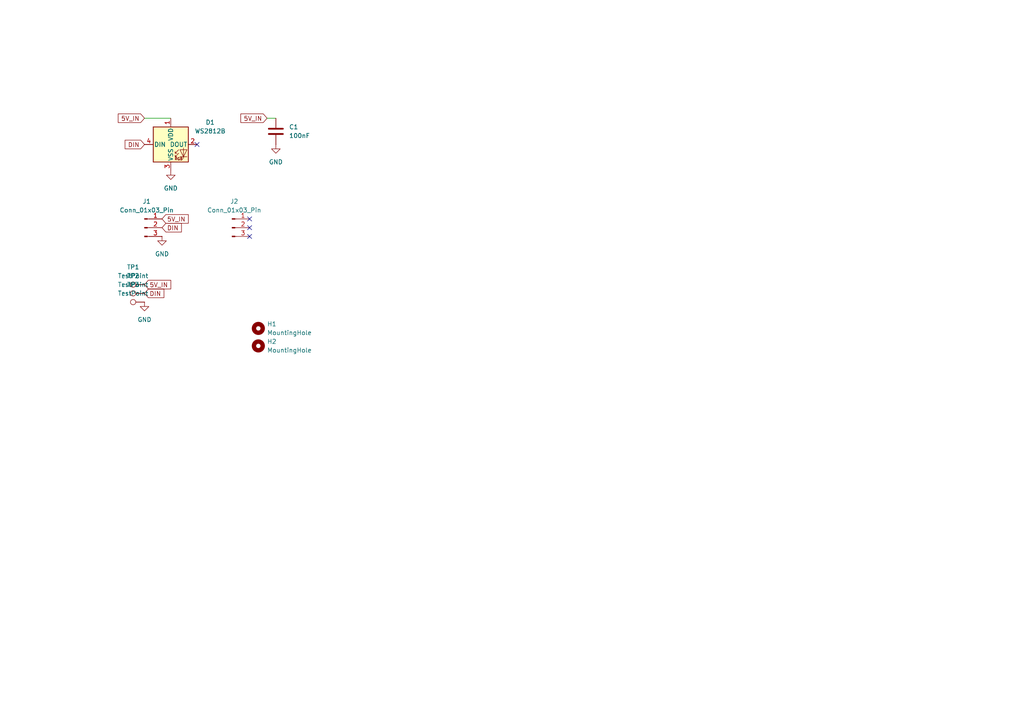
<source format=kicad_sch>
(kicad_sch (version 20250114) (generator "eeschema") (generator_version "9.0")
  (paper "A4")
  (lib_symbols
    (symbol "Connector:Conn_01x03_Pin" (pin_names (offset 1.016) (hide yes))
      (property "Reference" "J" (at 0 5.08 0))
      (property "Value" "Conn_01x03_Pin" (at 0 -5.08 0))
      (symbol "Conn_01x03_Pin_1_1"
        (rectangle (start 0.8636 2.667) (end 0 2.413) (stroke (width 0.1524)) (fill (type outline)))
        (rectangle (start 0.8636 0.127) (end 0 -0.127) (stroke (width 0.1524)) (fill (type outline)))
        (rectangle (start 0.8636 -2.413) (end 0 -2.667) (stroke (width 0.1524)) (fill (type outline)))
        (polyline (pts (xy 1.27 2.54) (xy 0.8636 2.54)) (stroke (width 0.1524)))
        (polyline (pts (xy 1.27 0) (xy 0.8636 0)) (stroke (width 0.1524)))
        (polyline (pts (xy 1.27 -2.54) (xy 0.8636 -2.54)) (stroke (width 0.1524)))
        (pin passive line (at 5.08 2.54 180) (length 3.81) (name "Pin_1") (number "1"))
        (pin passive line (at 5.08 0 180) (length 3.81) (name "Pin_2") (number "2"))
        (pin passive line (at 5.08 -2.54 180) (length 3.81) (name "Pin_3") (number "3"))
      )
    )
    (symbol "Connector:TestPoint" (pin_numbers (hide yes)) (pin_names (offset 0.762) (hide yes))
      (property "Reference" "TP" (at 0 6.858 0))
      (property "Value" "TestPoint" (at 0 5.08 0))
      (symbol "TestPoint_0_1"
        (circle (center 0 3.302) (radius 0.762))
      )
      (symbol "TestPoint_1_1"
        (pin passive line (at 0 0 90) (length 2.54) (name "1") (number "1"))
      )
    )
    (symbol "Device:C" (pin_numbers (hide yes)) (pin_names (offset 0.254))
      (property "Reference" "C" (at 0.635 2.54 0))
      (property "Value" "C" (at 0.635 -2.54 0))
      (symbol "C_0_1"
        (polyline (pts (xy -2.032 0.762) (xy 2.032 0.762)) (stroke (width 0.508)))
        (polyline (pts (xy -2.032 -0.762) (xy 2.032 -0.762)) (stroke (width 0.508)))
      )
      (symbol "C_1_1"
        (pin passive line (at 0 3.81 270) (length 2.794) (name "~") (number "1"))
        (pin passive line (at 0 -3.81 90) (length 2.794) (name "~") (number "2"))
      )
    )
    (symbol "LED:WS2812B" (pin_names (offset 0.254))
      (property "Reference" "D" (at 5.08 5.715 0))
      (property "Value" "WS2812B" (at 1.27 -5.715 0))
      (symbol "WS2812B_0_0"
        (text "RGB" (at 2.286 -4.191 0) (effects (font (size 0.762 0.762))))
      )
      (symbol "WS2812B_0_1"
        (polyline (pts (xy 1.27 -2.54) (xy 1.778 -2.54)))
        (polyline (pts (xy 1.27 -3.556) (xy 1.778 -3.556)))
        (polyline (pts (xy 2.286 -1.524) (xy 1.27 -2.54) (xy 1.27 -2.032)))
        (polyline (pts (xy 2.286 -2.54) (xy 1.27 -3.556) (xy 1.27 -3.048)))
        (polyline (pts (xy 3.683 -1.016) (xy 3.683 -3.556) (xy 3.683 -4.064)))
        (polyline (pts (xy 4.699 -1.524) (xy 2.667 -1.524) (xy 3.683 -3.556) (xy 4.699 -1.524)))
        (polyline (pts (xy 4.699 -3.556) (xy 2.667 -3.556)))
        (rectangle (start 5.08 5.08) (end -5.08 -5.08) (stroke (width 0.254)) (fill (type background)))
      )
      (symbol "WS2812B_1_1"
        (pin input line (at -7.62 0 0) (length 2.54) (name "DIN") (number "4"))
        (pin power_in line (at 0 7.62 270) (length 2.54) (name "VDD") (number "1"))
        (pin power_in line (at 0 -7.62 90) (length 2.54) (name "VSS") (number "3"))
        (pin output line (at 7.62 0 180) (length 2.54) (name "DOUT") (number "2"))
      )
    )
    (symbol "Mechanical:MountingHole" (pin_names (offset 1.016)) (in_bom no)
      (property "Reference" "H" (at 0 5.08 0))
      (property "Value" "MountingHole" (at 0 3.175 0))
      (symbol "MountingHole_0_1"
        (circle (center 0 0) (radius 1.27) (stroke (width 1.27)))
      )
    )
    (symbol "power:GND" (power) (pin_numbers (hide yes)) (pin_names (offset 0) (hide yes))
      (property "Value" "GND" (at 0 -3.81 0))
      (symbol "GND_0_1"
        (polyline (pts (xy 0 0) (xy 0 -1.27) (xy 1.27 -1.27) (xy 0 -2.54) (xy -1.27 -1.27) (xy 0 -1.27)))
      )
      (symbol "GND_1_1"
        (pin power_in line (at 0 0 270) (length 0) (name "~") (number "1"))
      )
    )
  )
  (no_connect (at 72.39 66.04))
  (no_connect (at 72.39 68.58))
  (no_connect (at 57.15 41.91))
  (no_connect (at 72.39 63.5))
  (wire (pts (xy 41.91 34.29) (xy 49.53 34.29)))
  (wire (pts (xy 77.47 34.29) (xy 80.01 34.29)))
  (global_label "5V_IN" (shape input) (at 41.91 82.55 0) (property "Intersheetrefs" "${INTERSHEET_REFS}" (effects (hide yes))))
  (global_label "5V_IN" (shape input) (at 46.99 63.5 0) (property "Intersheetrefs" "${INTERSHEET_REFS}" (effects (hide yes))))
  (global_label "5V_IN" (shape input) (at 77.47 34.29 180) (property "Intersheetrefs" "${INTERSHEET_REFS}" (effects (hide yes))))
  (global_label "DIN" (shape input) (at 41.91 85.09 0) (property "Intersheetrefs" "${INTERSHEET_REFS}" (effects (hide yes))))
  (global_label "5V_IN" (shape input) (at 41.91 34.29 180) (property "Intersheetrefs" "${INTERSHEET_REFS}" (effects (hide yes))))
  (global_label "DIN" (shape input) (at 46.99 66.04 0) (property "Intersheetrefs" "${INTERSHEET_REFS}" (effects (hide yes))))
  (global_label "DIN" (shape input) (at 41.91 41.91 180) (property "Intersheetrefs" "${INTERSHEET_REFS}" (effects (hide yes))))
  (symbol (lib_id "power:GND") (at 46.99 68.58 0) (unit 1)
    (property "Reference" "#PWR03" (effects (hide yes)))
    (property "Value" "GND" (at 46.99 73.66 0))
    (property "Description" "Power symbol creates a global label with name \"GND\" , ground" (effects (hide yes)))
  )
  (symbol (lib_id "Mechanical:MountingHole") (at 74.93 100.33 0) (unit 1) (in_bom no)
    (property "Reference" "H2" (at 77.47 99.0599 0) (effects (justify left)))
    (property "Value" "MountingHole" (at 77.47 101.5999 0) (effects (justify left)))
    (property "Footprint" "MountingHole:MountingHole_2.2mm_M2_DIN965" (effects (hide yes)))
    (property "Description" "Mounting Hole without connection" (effects (hide yes)))
  )
  (symbol (lib_id "Connector:TestPoint") (at 41.91 82.55 90) (unit 1)
    (property "Reference" "TP1" (at 38.608 77.47 90))
    (property "Value" "TestPoint" (at 38.608 80.01 90))
    (property "Footprint" "TestPoint:TestPoint_Pad_2.5x2.5mm" (effects (hide yes)))
    (property "Description" "test point" (effects (hide yes)))
  )
  (symbol (lib_id "power:GND") (at 41.91 87.63 0) (unit 1)
    (property "Reference" "#PWR04" (effects (hide yes)))
    (property "Value" "GND" (at 41.91 92.71 0))
    (property "Description" "Power symbol creates a global label with name \"GND\" , ground" (effects (hide yes)))
  )
  (symbol (lib_id "Connector:Conn_01x03_Pin") (at 67.31 66.04 0) (unit 1)
    (property "Reference" "J2" (at 67.945 58.42 0))
    (property "Value" "Conn_01x03_Pin" (at 67.945 60.96 0))
    (property "Footprint" "Connector_PinHeader_2.54mm:PinHeader_1x03_P2.54mm_Vertical_SMD_Pin1Left" (effects (hide yes)))
    (property "Description" "Generic connector, single row, 01x03, script generated" (effects (hide yes)))
  )
  (symbol (lib_id "LED:WS2812B") (at 49.53 41.91 0) (unit 1)
    (property "Reference" "D1" (at 60.96 35.4898 0))
    (property "Value" "WS2812B" (at 60.96 38.0298 0))
    (property "Footprint" "LED_SMD:LED_WS2812B_PLCC4_5.0x5.0mm_P3.2mm" (effects (hide yes)))
    (property "Datasheet" "https://cdn-shop.adafruit.com/datasheets/WS2812B.pdf" (effects (hide yes)))
    (property "Description" "RGB LED with integrated controller" (effects (hide yes)))
  )
  (symbol (lib_id "Connector:TestPoint") (at 41.91 85.09 90) (unit 1)
    (property "Reference" "TP2" (at 38.608 80.01 90))
    (property "Value" "TestPoint" (at 38.608 82.55 90))
    (property "Footprint" "TestPoint:TestPoint_Pad_2.5x2.5mm" (effects (hide yes)))
    (property "Description" "test point" (effects (hide yes)))
  )
  (symbol (lib_id "Mechanical:MountingHole") (at 74.93 95.25 0) (unit 1) (in_bom no)
    (property "Reference" "H1" (at 77.47 93.9799 0) (effects (justify left)))
    (property "Value" "MountingHole" (at 77.47 96.5199 0) (effects (justify left)))
    (property "Footprint" "MountingHole:MountingHole_2.2mm_M2_DIN965" (effects (hide yes)))
    (property "Description" "Mounting Hole without connection" (effects (hide yes)))
  )
  (symbol (lib_id "Connector:TestPoint") (at 41.91 87.63 90) (unit 1)
    (property "Reference" "TP3" (at 38.608 82.55 90))
    (property "Value" "TestPoint" (at 38.608 85.09 90))
    (property "Footprint" "TestPoint:TestPoint_Pad_2.5x2.5mm" (effects (hide yes)))
    (property "Description" "test point" (effects (hide yes)))
  )
  (symbol (lib_id "Device:C") (at 80.01 38.1 0) (unit 1)
    (property "Reference" "C1" (at 83.82 36.8299 0) (effects (justify left)))
    (property "Value" "100nF" (at 83.82 39.3699 0) (effects (justify left)))
    (property "Footprint" "Capacitor_SMD:C_0805_2012Metric" (effects (hide yes)))
    (property "Description" "Unpolarized capacitor" (effects (hide yes)))
  )
  (symbol (lib_id "power:GND") (at 80.01 41.91 0) (unit 1)
    (property "Reference" "#PWR02" (effects (hide yes)))
    (property "Value" "GND" (at 80.01 46.99 0))
    (property "Description" "Power symbol creates a global label with name \"GND\" , ground" (effects (hide yes)))
  )
  (symbol (lib_id "power:GND") (at 49.53 49.53 0) (unit 1)
    (property "Reference" "#PWR01" (effects (hide yes)))
    (property "Value" "GND" (at 49.53 54.61 0))
    (property "Description" "Power symbol creates a global label with name \"GND\" , ground" (effects (hide yes)))
  )
  (symbol (lib_id "Connector:Conn_01x03_Pin") (at 41.91 66.04 0) (unit 1)
    (property "Reference" "J1" (at 42.545 58.42 0))
    (property "Value" "Conn_01x03_Pin" (at 42.545 60.96 0))
    (property "Footprint" "Connector_PinHeader_2.54mm:PinHeader_1x03_P2.54mm_Vertical_SMD_Pin1Left" (effects (hide yes)))
    (property "Description" "Generic connector, single row, 01x03, script generated" (effects (hide yes)))
  )
)
</source>
